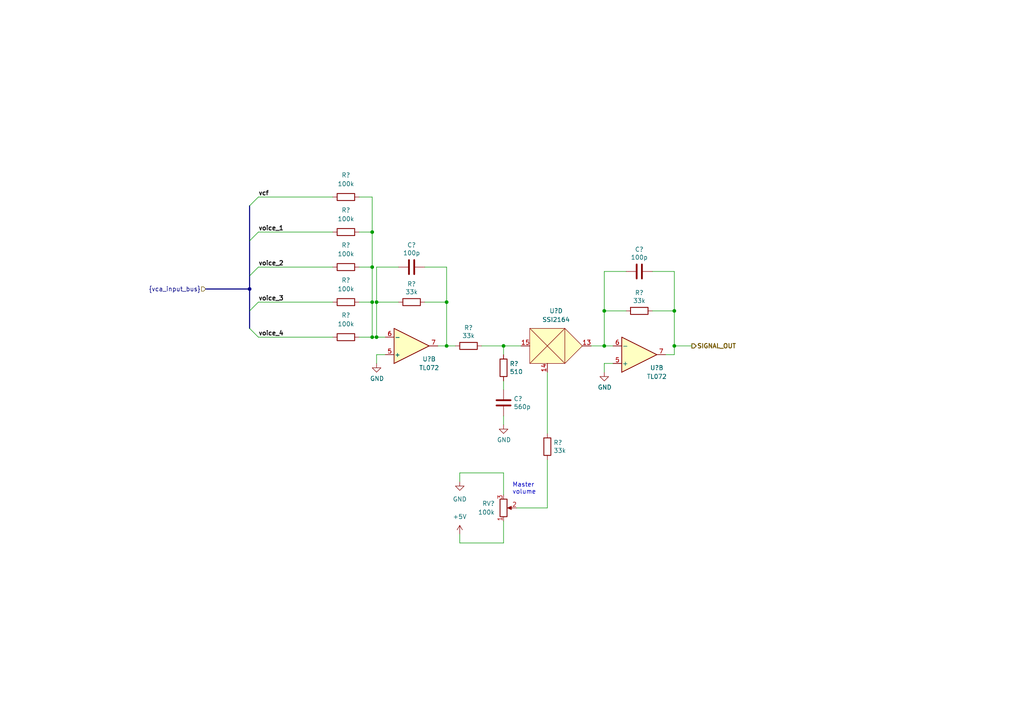
<source format=kicad_sch>
(kicad_sch (version 20230121) (generator eeschema)
  (paper "A4")
  (title_block (title "J.P. Fundrums") (date "2023-02-02") (rev "0") (comment 1 "creativecommons.org/licences/by/4.0/") (comment 2 "Licence: CC by 4.0") (comment 3 "Author: Jordan Aceto"))
  (lib_symbols
    (symbol "Amplifier_Operational:TL072" (pin_names (offset 0.127))
      (property "Reference" "U" (at 0 5.08 0))
      (property "Value" "TL072" (at 0 -5.08 0))
      (symbol "TL072_1_1"
        (polyline (pts (xy -5.08 5.08) (xy 5.08 0) (xy -5.08 -5.08) (xy -5.08 5.08)) (stroke (width 0.254)) (fill (type background)))
        (pin output line (at 7.62 0 180) (length 2.54) (name "~") (number "1"))
        (pin input line (at -7.62 -2.54 0) (length 2.54) (name "-") (number "2"))
        (pin input line (at -7.62 2.54 0) (length 2.54) (name "+") (number "3"))
      )
      (symbol "TL072_2_1"
        (polyline (pts (xy -5.08 5.08) (xy 5.08 0) (xy -5.08 -5.08) (xy -5.08 5.08)) (stroke (width 0.254)) (fill (type background)))
        (pin input line (at -7.62 2.54 0) (length 2.54) (name "+") (number "5"))
        (pin input line (at -7.62 -2.54 0) (length 2.54) (name "-") (number "6"))
        (pin output line (at 7.62 0 180) (length 2.54) (name "~") (number "7"))
      )
      (symbol "TL072_3_1"
        (pin power_in line (at -2.54 -7.62 90) (length 3.81) (name "V-") (number "4"))
        (pin power_in line (at -2.54 7.62 270) (length 3.81) (name "V+") (number "8"))
      )
    )
    (symbol "Device:C" (pin_numbers hide) (pin_names (offset 0.254))
      (property "Reference" "C" (at 0.635 2.54 0))
      (property "Value" "C" (at 0.635 -2.54 0))
      (symbol "C_0_1"
        (polyline (pts (xy -2.032 -0.762) (xy 2.032 -0.762)) (stroke (width 0.508)))
        (polyline (pts (xy -2.032 0.762) (xy 2.032 0.762)) (stroke (width 0.508)))
      )
      (symbol "C_1_1"
        (pin passive line (at 0 3.81 270) (length 2.794) (name "~") (number "1"))
        (pin passive line (at 0 -3.81 90) (length 2.794) (name "~") (number "2"))
      )
    )
    (symbol "Device:R" (pin_numbers hide) (pin_names (offset 0))
      (property "Reference" "R" (at 2.032 0 90))
      (property "Value" "R" (at 0 0 90))
      (symbol "R_0_1"
        (rectangle (start -1.016 -2.54) (end 1.016 2.54) (stroke (width 0.254)))
      )
      (symbol "R_1_1"
        (pin passive line (at 0 3.81 270) (length 1.27) (name "~") (number "1"))
        (pin passive line (at 0 -3.81 90) (length 1.27) (name "~") (number "2"))
      )
    )
    (symbol "Device:R_Potentiometer" (pin_names (offset 1.016) hide)
      (property "Reference" "RV" (at -4.445 0 90))
      (property "Value" "R_Potentiometer" (at -2.54 0 90))
      (symbol "R_Potentiometer_0_1"
        (polyline (pts (xy 2.54 0) (xy 1.524 0)))
        (polyline (pts (xy 1.143 0) (xy 2.286 0.508) (xy 2.286 -0.508) (xy 1.143 0)) (fill (type outline)))
        (rectangle (start 1.016 2.54) (end -1.016 -2.54) (stroke (width 0.254)))
      )
      (symbol "R_Potentiometer_1_1"
        (pin passive line (at 0 3.81 270) (length 1.27) (name "1") (number "1"))
        (pin passive line (at 3.81 0 180) (length 1.27) (name "2") (number "2"))
        (pin passive line (at 0 -3.81 90) (length 1.27) (name "3") (number "3"))
      )
    )
    (symbol "custom_symbols:SSI2164" (pin_names (offset 1.016))
      (property "Reference" "U?" (at 2.54 10.16 0))
      (property "Value" "SSI2164" (at 2.54 7.62 0))
      (symbol "SSI2164_1_1"
        (rectangle (start -5.08 5.08) (end 5.08 -5.08) (fill (type background)))
        (polyline (pts (xy 5.08 5.08) (xy -5.08 -5.08)))
        (polyline (pts (xy 5.08 5.08) (xy 10.16 0) (xy 5.08 -5.08) (xy -5.08 5.08)) (fill (type background)))
        (pin input line (at -7.62 0 0) (length 2.54) (name "~") (number "2"))
        (pin input line (at 0 -7.62 90) (length 2.54) (name "~") (number "3"))
        (pin output line (at 12.7 0 180) (length 2.54) (name "~") (number "4"))
      )
      (symbol "SSI2164_2_1"
        (rectangle (start -5.08 5.08) (end 5.08 -5.08) (fill (type background)))
        (polyline (pts (xy 5.08 5.08) (xy -5.08 -5.08)))
        (polyline (pts (xy 5.08 5.08) (xy 10.16 0) (xy 5.08 -5.08) (xy -5.08 5.08)) (fill (type background)))
        (pin output line (at 12.7 0 180) (length 2.54) (name "~") (number "5"))
        (pin input line (at 0 -7.62 90) (length 2.54) (name "~") (number "6"))
        (pin input line (at -7.62 0 0) (length 2.54) (name "~") (number "7"))
      )
      (symbol "SSI2164_3_1"
        (rectangle (start -5.08 5.08) (end 5.08 -5.08) (fill (type background)))
        (polyline (pts (xy 5.08 5.08) (xy -5.08 -5.08)))
        (polyline (pts (xy 5.08 5.08) (xy 10.16 0) (xy 5.08 -5.08) (xy -5.08 5.08)) (fill (type background)))
        (pin input line (at -7.62 0 0) (length 2.54) (name "~") (number "10"))
        (pin input line (at 0 -7.62 90) (length 2.54) (name "~") (number "11"))
        (pin output line (at 12.7 0 180) (length 2.54) (name "~") (number "12"))
      )
      (symbol "SSI2164_4_1"
        (rectangle (start -5.08 5.08) (end 5.08 -5.08) (fill (type background)))
        (polyline (pts (xy 5.08 5.08) (xy -5.08 -5.08)))
        (polyline (pts (xy 5.08 5.08) (xy 10.16 0) (xy 5.08 -5.08) (xy -5.08 5.08)) (fill (type background)))
        (pin output line (at 12.7 0 180) (length 2.54) (name "~") (number "13"))
        (pin input line (at 0 -7.62 90) (length 2.54) (name "~") (number "14"))
        (pin input line (at -7.62 0 0) (length 2.54) (name "~") (number "15"))
      )
      (symbol "SSI2164_5_1"
        (rectangle (start 2.54 6.35) (end -5.08 -11.43) (fill (type background)))
        (pin input line (at 5.08 -10.16 180) (length 2.54) (name "mode") (number "1"))
        (pin power_in line (at 5.08 5.08 180) (length 2.54) (name "V+") (number "16"))
        (pin power_in line (at 5.08 0 180) (length 2.54) (name "gnd") (number "8"))
        (pin power_in line (at 5.08 -5.08 180) (length 2.54) (name "V-") (number "9"))
      )
    )
    (symbol "power:+5V" (power) (pin_names (offset 0))
      (property "Value" "+5V" (at 0 3.556 0))
      (symbol "+5V_0_1"
        (polyline (pts (xy -0.762 1.27) (xy 0 2.54)))
        (polyline (pts (xy 0 0) (xy 0 2.54)))
        (polyline (pts (xy 0 2.54) (xy 0.762 1.27)))
      )
      (symbol "+5V_1_1"
        (pin power_in line (at 0 0 90) (length 0) hide (name "+5V") (number "1"))
      )
    )
    (symbol "power:GND" (power) (pin_names (offset 0))
      (property "Value" "GND" (at 0 -3.81 0))
      (symbol "GND_0_1"
        (polyline (pts (xy 0 0) (xy 0 -1.27) (xy 1.27 -1.27) (xy 0 -2.54) (xy -1.27 -1.27) (xy 0 -1.27)))
      )
      (symbol "GND_1_1"
        (pin power_in line (at 0 0 270) (length 0) hide (name "GND") (number "1"))
      )
    )
  )
  (junction (at 107.95 97.79))
  (junction (at 129.54 87.63))
  (junction (at 107.95 87.63))
  (junction (at 107.95 77.47))
  (junction (at 109.22 97.79))
  (junction (at 129.54 100.33))
  (junction (at 195.58 100.33))
  (junction (at 146.05 100.33))
  (junction (at 175.26 90.17))
  (junction (at 109.22 87.63))
  (junction (at 107.95 67.31))
  (junction (at 72.39 83.82))
  (junction (at 195.58 90.17))
  (junction (at 175.26 100.33))
  (bus_entry (at 72.39 69.85) (size 2.54 -2.54))
  (bus_entry (at 72.39 95.25) (size 2.54 2.54))
  (bus_entry (at 72.39 59.69) (size 2.54 -2.54))
  (bus_entry (at 72.39 90.17) (size 2.54 -2.54))
  (bus_entry (at 72.39 80.01) (size 2.54 -2.54))
  (wire (pts (xy 177.8 100.33) (xy 175.26 100.33)))
  (wire (pts (xy 133.35 157.48) (xy 146.05 157.48)))
  (wire (pts (xy 107.95 77.47) (xy 107.95 67.31)))
  (wire (pts (xy 175.26 90.17) (xy 175.26 100.33)))
  (wire (pts (xy 175.26 105.41) (xy 177.8 105.41)))
  (wire (pts (xy 115.57 77.47) (xy 109.22 77.47)))
  (wire (pts (xy 189.23 78.74) (xy 195.58 78.74)))
  (wire (pts (xy 146.05 113.03) (xy 146.05 110.49)))
  (wire (pts (xy 195.58 78.74) (xy 195.58 90.17)))
  (bus (pts (xy 72.39 59.69) (xy 72.39 69.85)))
  (wire (pts (xy 146.05 123.19) (xy 146.05 120.65)))
  (wire (pts (xy 129.54 100.33) (xy 132.08 100.33)))
  (wire (pts (xy 158.75 133.35) (xy 158.75 147.32)))
  (bus (pts (xy 72.39 83.82) (xy 72.39 90.17)))
  (bus (pts (xy 59.69 83.82) (xy 72.39 83.82)))
  (wire (pts (xy 74.93 77.47) (xy 96.52 77.47)))
  (wire (pts (xy 133.35 154.94) (xy 133.35 157.48)))
  (wire (pts (xy 146.05 137.16) (xy 146.05 143.51)))
  (wire (pts (xy 171.45 100.33) (xy 175.26 100.33)))
  (wire (pts (xy 109.22 87.63) (xy 109.22 97.79)))
  (wire (pts (xy 109.22 105.41) (xy 109.22 102.87)))
  (wire (pts (xy 104.14 67.31) (xy 107.95 67.31)))
  (wire (pts (xy 74.93 97.79) (xy 96.52 97.79)))
  (wire (pts (xy 107.95 87.63) (xy 107.95 77.47)))
  (wire (pts (xy 193.04 102.87) (xy 195.58 102.87)))
  (wire (pts (xy 195.58 90.17) (xy 189.23 90.17)))
  (wire (pts (xy 107.95 97.79) (xy 109.22 97.79)))
  (wire (pts (xy 109.22 87.63) (xy 115.57 87.63)))
  (wire (pts (xy 139.7 100.33) (xy 146.05 100.33)))
  (wire (pts (xy 111.76 97.79) (xy 109.22 97.79)))
  (wire (pts (xy 107.95 67.31) (xy 107.95 57.15)))
  (wire (pts (xy 195.58 102.87) (xy 195.58 100.33)))
  (wire (pts (xy 146.05 100.33) (xy 151.13 100.33)))
  (bus (pts (xy 72.39 80.01) (xy 72.39 83.82)))
  (wire (pts (xy 149.86 147.32) (xy 158.75 147.32)))
  (wire (pts (xy 158.75 107.95) (xy 158.75 125.73)))
  (wire (pts (xy 104.14 77.47) (xy 107.95 77.47)))
  (wire (pts (xy 175.26 107.95) (xy 175.26 105.41)))
  (wire (pts (xy 133.35 139.7) (xy 133.35 137.16)))
  (wire (pts (xy 104.14 97.79) (xy 107.95 97.79)))
  (wire (pts (xy 104.14 87.63) (xy 107.95 87.63)))
  (wire (pts (xy 74.93 57.15) (xy 96.52 57.15)))
  (wire (pts (xy 175.26 90.17) (xy 181.61 90.17)))
  (wire (pts (xy 74.93 67.31) (xy 96.52 67.31)))
  (wire (pts (xy 146.05 102.87) (xy 146.05 100.33)))
  (wire (pts (xy 109.22 77.47) (xy 109.22 87.63)))
  (wire (pts (xy 127 100.33) (xy 129.54 100.33)))
  (wire (pts (xy 129.54 87.63) (xy 123.19 87.63)))
  (wire (pts (xy 123.19 77.47) (xy 129.54 77.47)))
  (bus (pts (xy 72.39 69.85) (xy 72.39 80.01)))
  (wire (pts (xy 146.05 151.13) (xy 146.05 157.48)))
  (wire (pts (xy 195.58 100.33) (xy 195.58 90.17)))
  (wire (pts (xy 109.22 102.87) (xy 111.76 102.87)))
  (wire (pts (xy 129.54 77.47) (xy 129.54 87.63)))
  (bus (pts (xy 72.39 90.17) (xy 72.39 95.25)))
  (wire (pts (xy 133.35 137.16) (xy 146.05 137.16)))
  (wire (pts (xy 74.93 87.63) (xy 96.52 87.63)))
  (wire (pts (xy 107.95 87.63) (xy 107.95 97.79)))
  (wire (pts (xy 104.14 57.15) (xy 107.95 57.15)))
  (wire (pts (xy 175.26 78.74) (xy 175.26 90.17)))
  (wire (pts (xy 181.61 78.74) (xy 175.26 78.74)))
  (wire (pts (xy 200.66 100.33) (xy 195.58 100.33)))
  (wire (pts (xy 129.54 87.63) (xy 129.54 100.33)))
  (text "Master\nvolume" (at 148.59 143.51 0) (effects (font (size 1.27 1.27)) (justify left bottom)))
  (label "voice_3" (at 74.93 87.63 0) (effects (font bold)))
  (label "voice_4" (at 74.93 97.79 0) (effects (font bold)))
  (label "voice_2" (at 74.93 77.47 0) (effects (font bold)))
  (label "voice_1" (at 74.93 67.31 0) (effects (font bold)))
  (label "vcf" (at 74.93 57.15 0) (effects (font bold)))
  (hierarchical_label "{vca_input_bus}" (shape input) (at 59.69 83.82 180))
  (hierarchical_label "SIGNAL_OUT" (shape output) (at 200.66 100.33 0) (effects (font bold)))
  (symbol (lib_id "Device:R") (at 185.42 90.17 270) (unit 1)
    (property "Reference" "R?" (at 185.42 84.9122 90))
    (property "Value" "33k" (at 185.42 87.2236 90))
    (property "Footprint" "Resistor_SMD:R_0805_2012Metric" (effects hide))
    (instances (project "fundrums" (path "" (reference "R?") (unit 1)) (path "" (reference "R?") (unit 1)) (path "" (reference "R?") (unit 1)) (path "" (reference "R?") (unit 1)) (path "" (reference "R404") (unit 1))))
  )
  (symbol (lib_id "custom_symbols:SSI2164") (at 158.75 100.33 0) (unit 4)
    (property "Reference" "U?" (at 161.29 90.17 0))
    (property "Value" "SSI2164" (at 161.29 92.71 0))
    (property "Footprint" "Package_SO:SO-16_3.9x9.9mm_P1.27mm" (effects hide))
    (instances (project "fundrums" (path "" (reference "U?") (unit 4)) (path "" (reference "U?") (unit 4)) (path "" (reference "U?") (unit 4)) (path "" (reference "U?") (unit 4)) (path "" (reference "U59") (unit 4))))
  )
  (symbol (lib_id "Device:R") (at 158.75 129.54 0) (unit 1)
    (property "Reference" "R?" (at 160.528 128.3716 0) (effects (justify left)))
    (property "Value" "33k" (at 160.528 130.683 0) (effects (justify left)))
    (property "Footprint" "Resistor_SMD:R_0805_2012Metric" (effects hide))
    (instances (project "fundrums" (path "" (reference "R?") (unit 1)) (path "" (reference "R?") (unit 1)) (path "" (reference "R?") (unit 1)) (path "" (reference "R?") (unit 1)) (path "" (reference "R403") (unit 1))))
  )
  (symbol (lib_id "Device:R_Potentiometer") (at 146.05 147.32 0) (mirror x) (unit 1)
    (property "Reference" "RV?" (at 143.51 146.05 0) (effects (justify right)))
    (property "Value" "100k" (at 143.51 148.59 0) (effects (justify right)))
    (instances (project "fundrums" (path "" (reference "RV?") (unit 1)) (path "" (reference "RV?") (unit 1)) (path "" (reference "RV57") (unit 1))))
  )
  (symbol (lib_id "Device:R") (at 100.33 67.31 90) (unit 1)
    (property "Reference" "R?" (at 100.33 60.96 90))
    (property "Value" "100k" (at 100.33 63.5 90))
    (instances (project "fundrums" (path "" (reference "R?") (unit 1)) (path "" (reference "R?") (unit 1)) (path "" (reference "R?") (unit 1)) (path "" (reference "R?") (unit 1)) (path "" (reference "R396") (unit 1))))
  )
  (symbol (lib_id "power:GND") (at 175.26 107.95 0) (unit 1)
    (property "Reference" "#PWR?" (effects hide))
    (property "Value" "GND" (at 175.387 112.3442 0))
    (instances (project "fundrums" (path "" (reference "#PWR?") (unit 1)) (path "" (reference "#PWR?") (unit 1)) (path "" (reference "#PWR?") (unit 1)) (path "" (reference "#PWR?") (unit 1)) (path "" (reference "#PWR045") (unit 1))))
  )
  (symbol (lib_id "Device:C") (at 146.05 116.84 0) (unit 1)
    (property "Reference" "C?" (at 148.971 115.6716 0) (effects (justify left)))
    (property "Value" "560p" (at 148.971 117.983 0) (effects (justify left)))
    (property "Footprint" "Capacitor_SMD:C_0805_2012Metric" (effects hide))
    (instances (project "fundrums" (path "" (reference "C?") (unit 1)) (path "" (reference "C?") (unit 1)) (path "" (reference "C?") (unit 1)) (path "" (reference "C?") (unit 1)) (path "" (reference "C111") (unit 1))))
  )
  (symbol (lib_id "Device:R") (at 100.33 87.63 90) (unit 1)
    (property "Reference" "R?" (at 100.33 81.28 90))
    (property "Value" "100k" (at 100.33 83.82 90))
    (instances (project "fundrums" (path "" (reference "R?") (unit 1)) (path "" (reference "R?") (unit 1)) (path "" (reference "R?") (unit 1)) (path "" (reference "R?") (unit 1)) (path "" (reference "R398") (unit 1))))
  )
  (symbol (lib_id "Device:R") (at 135.89 100.33 270) (unit 1)
    (property "Reference" "R?" (at 135.89 95.0722 90))
    (property "Value" "33k" (at 135.89 97.3836 90))
    (property "Footprint" "Resistor_SMD:R_0805_2012Metric" (effects hide))
    (instances (project "fundrums" (path "" (reference "R?") (unit 1)) (path "" (reference "R?") (unit 1)) (path "" (reference "R?") (unit 1)) (path "" (reference "R?") (unit 1)) (path "" (reference "R401") (unit 1))))
  )
  (symbol (lib_id "power:GND") (at 133.35 139.7 0) (unit 1)
    (property "Reference" "#PWR03" (effects hide))
    (property "Value" "GND" (at 133.35 144.78 0))
    (instances (project "fundrums" (path "" (reference "#PWR03") (unit 1)) (path "" (reference "#PWR061") (unit 1)) (path "" (reference "#PWR043") (unit 1))))
  )
  (symbol (lib_id "power:GND") (at 146.05 123.19 0) (unit 1)
    (property "Reference" "#PWR?" (effects hide))
    (property "Value" "GND" (at 146.177 127.5842 0))
    (instances (project "fundrums" (path "" (reference "#PWR?") (unit 1)) (path "" (reference "#PWR?") (unit 1)) (path "" (reference "#PWR?") (unit 1)) (path "" (reference "#PWR?") (unit 1)) (path "" (reference "#PWR044") (unit 1))))
  )
  (symbol (lib_id "Device:C") (at 185.42 78.74 270) (unit 1)
    (property "Reference" "C?" (at 185.42 72.3392 90))
    (property "Value" "100p" (at 185.42 74.6506 90))
    (property "Footprint" "Capacitor_SMD:C_0805_2012Metric" (effects hide))
    (instances (project "fundrums" (path "" (reference "C?") (unit 1)) (path "" (reference "C?") (unit 1)) (path "" (reference "C?") (unit 1)) (path "" (reference "C?") (unit 1)) (path "" (reference "C112") (unit 1))))
  )
  (symbol (lib_id "Device:C") (at 119.38 77.47 270) (unit 1)
    (property "Reference" "C?" (at 119.38 71.0692 90))
    (property "Value" "100p" (at 119.38 73.3806 90))
    (property "Footprint" "Capacitor_SMD:C_0805_2012Metric" (effects hide))
    (instances (project "fundrums" (path "" (reference "C?") (unit 1)) (path "" (reference "C?") (unit 1)) (path "" (reference "C?") (unit 1)) (path "" (reference "C?") (unit 1)) (path "" (reference "C110") (unit 1))))
  )
  (symbol (lib_id "Amplifier_Operational:TL072") (at 119.38 100.33 0) (mirror x) (unit 2)
    (property "Reference" "U?" (at 124.46 104.14 0))
    (property "Value" "TL072" (at 124.46 106.68 0))
    (property "Footprint" "Package_SO:SOIC-8_3.9x4.9mm_P1.27mm" (effects hide))
    (property "Datasheet" "http://www.ti.com/lit/ds/symlink/tl071.pdf" (effects hide))
    (instances (project "fundrums" (path "" (reference "U?") (unit 2)) (path "" (reference "U?") (unit 2)) (path "" (reference "U?") (unit 2)) (path "" (reference "U?") (unit 2)) (path "" (reference "U63") (unit 1))))
  )
  (symbol (lib_id "power:+5V") (at 133.35 154.94 0) (unit 1)
    (property "Reference" "#PWR040" (effects hide))
    (property "Value" "+5V" (at 133.35 149.86 0))
    (instances (project "fundrums" (path "" (reference "#PWR040") (unit 1)) (path "" (reference "#PWR060") (unit 1)) (path "" (reference "#PWR042") (unit 1))))
  )
  (symbol (lib_id "Amplifier_Operational:TL072") (at 185.42 102.87 0) (mirror x) (unit 2)
    (property "Reference" "U?" (at 190.5 106.68 0))
    (property "Value" "TL072" (at 190.5 109.22 0))
    (property "Footprint" "Package_SO:SOIC-8_3.9x4.9mm_P1.27mm" (effects hide))
    (property "Datasheet" "http://www.ti.com/lit/ds/symlink/tl071.pdf" (effects hide))
    (instances (project "fundrums" (path "" (reference "U?") (unit 2)) (path "" (reference "U?") (unit 2)) (path "" (reference "U?") (unit 2)) (path "" (reference "U?") (unit 2)) (path "" (reference "U63") (unit 2))))
  )
  (symbol (lib_id "Device:R") (at 100.33 77.47 90) (unit 1)
    (property "Reference" "R?" (at 100.33 71.12 90))
    (property "Value" "100k" (at 100.33 73.66 90))
    (instances (project "fundrums" (path "" (reference "R?") (unit 1)) (path "" (reference "R?") (unit 1)) (path "" (reference "R?") (unit 1)) (path "" (reference "R?") (unit 1)) (path "" (reference "R397") (unit 1))))
  )
  (symbol (lib_id "Device:R") (at 100.33 57.15 90) (unit 1)
    (property "Reference" "R?" (at 100.33 50.8 90))
    (property "Value" "100k" (at 100.33 53.34 90))
    (instances (project "fundrums" (path "" (reference "R?") (unit 1)) (path "" (reference "R?") (unit 1)) (path "" (reference "R?") (unit 1)) (path "" (reference "R?") (unit 1)) (path "" (reference "R395") (unit 1))))
  )
  (symbol (lib_id "Device:R") (at 119.38 87.63 270) (unit 1)
    (property "Reference" "R?" (at 119.38 82.3722 90))
    (property "Value" "33k" (at 119.38 84.6836 90))
    (property "Footprint" "Resistor_SMD:R_0805_2012Metric" (effects hide))
    (instances (project "fundrums" (path "" (reference "R?") (unit 1)) (path "" (reference "R?") (unit 1)) (path "" (reference "R?") (unit 1)) (path "" (reference "R?") (unit 1)) (path "" (reference "R400") (unit 1))))
  )
  (symbol (lib_id "Device:R") (at 146.05 106.68 0) (unit 1)
    (property "Reference" "R?" (at 147.828 105.5116 0) (effects (justify left)))
    (property "Value" "510" (at 147.828 107.823 0) (effects (justify left)))
    (property "Footprint" "Resistor_SMD:R_0805_2012Metric" (effects hide))
    (instances (project "fundrums" (path "" (reference "R?") (unit 1)) (path "" (reference "R?") (unit 1)) (path "" (reference "R?") (unit 1)) (path "" (reference "R?") (unit 1)) (path "" (reference "R402") (unit 1))))
  )
  (symbol (lib_id "Device:R") (at 100.33 97.79 90) (unit 1)
    (property "Reference" "R?" (at 100.33 91.44 90))
    (property "Value" "100k" (at 100.33 93.98 90))
    (instances (project "fundrums" (path "" (reference "R?") (unit 1)) (path "" (reference "R?") (unit 1)) (path "" (reference "R?") (unit 1)) (path "" (reference "R?") (unit 1)) (path "" (reference "R399") (unit 1))))
  )
  (symbol (lib_id "power:GND") (at 109.22 105.41 0) (unit 1)
    (property "Reference" "#PWR?" (effects hide))
    (property "Value" "GND" (at 109.347 109.8042 0))
    (instances (project "fundrums" (path "" (reference "#PWR?") (unit 1)) (path "" (reference "#PWR?") (unit 1)) (path "" (reference "#PWR?") (unit 1)) (path "" (reference "#PWR?") (unit 1)) (path "" (reference "#PWR058") (unit 1))))
  )
)
</source>
